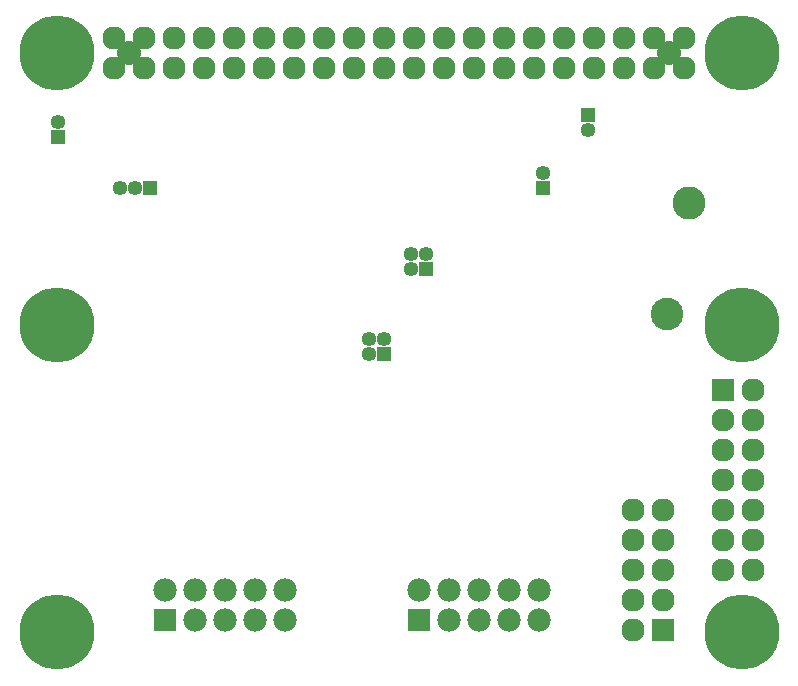
<source format=gbs>
G04 #@! TF.GenerationSoftware,KiCad,Pcbnew,(5.1.4-0)*
G04 #@! TF.CreationDate,2019-10-15T22:26:56+01:00*
G04 #@! TF.ProjectId,raspi-serial-hat,72617370-692d-4736-9572-69616c2d6861,3*
G04 #@! TF.SameCoordinates,Original*
G04 #@! TF.FileFunction,Soldermask,Bot*
G04 #@! TF.FilePolarity,Negative*
%FSLAX46Y46*%
G04 Gerber Fmt 4.6, Leading zero omitted, Abs format (unit mm)*
G04 Created by KiCad (PCBNEW (5.1.4-0)) date 2019-10-15 22:26:56*
%MOMM*%
%LPD*%
G04 APERTURE LIST*
%ADD10O,1.260000X1.260000*%
%ADD11R,1.260000X1.260000*%
%ADD12O,1.960000X1.960000*%
%ADD13R,1.960000X1.960000*%
%ADD14C,2.800000*%
%ADD15C,2.760000*%
%ADD16O,1.987200X1.987200*%
%ADD17R,1.987200X1.987200*%
%ADD18C,6.350000*%
%ADD19C,2.040000*%
%ADD20C,1.960000*%
G04 APERTURE END LIST*
D10*
X67380000Y-52030000D03*
X68650000Y-52030000D03*
X67380000Y-53300000D03*
D11*
X68650000Y-53300000D03*
D10*
X63855000Y-59230000D03*
X65125000Y-59230000D03*
X63855000Y-60500000D03*
D11*
X65125000Y-60500000D03*
D12*
X86180000Y-73760000D03*
X88720000Y-73760000D03*
X86180000Y-76300000D03*
X88720000Y-76300000D03*
X86180000Y-78840000D03*
X88720000Y-78840000D03*
X86180000Y-81380000D03*
X88720000Y-81380000D03*
X86180000Y-83920000D03*
D13*
X88720000Y-83920000D03*
D14*
X90992367Y-47779742D03*
D15*
X89125000Y-57125000D03*
D10*
X37550000Y-40905000D03*
D11*
X37550000Y-42175000D03*
D10*
X42785000Y-46475000D03*
X44055000Y-46475000D03*
D11*
X45325000Y-46475000D03*
D10*
X78575000Y-45205000D03*
D11*
X78575000Y-46475000D03*
D10*
X82400000Y-41545000D03*
D11*
X82400000Y-40275000D03*
D12*
X96340000Y-78840000D03*
X93800000Y-78840000D03*
X96340000Y-76300000D03*
X93800000Y-76300000D03*
X96340000Y-73760000D03*
X93800000Y-73760000D03*
X96340000Y-71220000D03*
X93800000Y-71220000D03*
X96340000Y-68680000D03*
X93800000Y-68680000D03*
X96340000Y-66140000D03*
X93800000Y-66140000D03*
X96340000Y-63600000D03*
D13*
X93800000Y-63600000D03*
D16*
X78210000Y-80535000D03*
X78210000Y-83075000D03*
X75670000Y-80535000D03*
X75670000Y-83075000D03*
X73130000Y-80535000D03*
X73130000Y-83075000D03*
X70590000Y-80535000D03*
X70590000Y-83075000D03*
X68050000Y-80535000D03*
D17*
X68050000Y-83075000D03*
D16*
X56770000Y-80535000D03*
X56770000Y-83075000D03*
X54230000Y-80535000D03*
X54230000Y-83075000D03*
X51690000Y-80535000D03*
X51690000Y-83075000D03*
X49150000Y-80535000D03*
X49150000Y-83075000D03*
X46610000Y-80535000D03*
D17*
X46610000Y-83075000D03*
D18*
X37400000Y-58075000D03*
X95400000Y-58075000D03*
D19*
X89260000Y-35065000D03*
X43540000Y-35065000D03*
D20*
X90530000Y-33795000D03*
X90530000Y-36335000D03*
X87990000Y-33795000D03*
X87990000Y-36335000D03*
X85450000Y-33795000D03*
X85450000Y-36335000D03*
X82910000Y-33795000D03*
X82910000Y-36335000D03*
X80370000Y-33795000D03*
X80370000Y-36335000D03*
X77830000Y-33795000D03*
X77830000Y-36335000D03*
X75290000Y-33795000D03*
X75290000Y-36335000D03*
X72750000Y-33795000D03*
X72750000Y-36335000D03*
X70210000Y-33795000D03*
X70210000Y-36335000D03*
X67670000Y-33795000D03*
X67670000Y-36335000D03*
X65130000Y-33795000D03*
X65130000Y-36335000D03*
X62590000Y-33795000D03*
X62590000Y-36335000D03*
X60050000Y-33795000D03*
X60050000Y-36335000D03*
X57510000Y-33795000D03*
X57510000Y-36335000D03*
X54970000Y-33795000D03*
X54970000Y-36335000D03*
X52430000Y-33795000D03*
X52430000Y-36335000D03*
X49890000Y-33795000D03*
X49890000Y-36335000D03*
X47350000Y-33795000D03*
X47350000Y-36335000D03*
X44810000Y-33795000D03*
X44810000Y-36335000D03*
X42270000Y-33795000D03*
X42270000Y-36335000D03*
D18*
X37400000Y-35075000D03*
X95400000Y-35075000D03*
X37400000Y-84075000D03*
X95400000Y-84075000D03*
M02*

</source>
